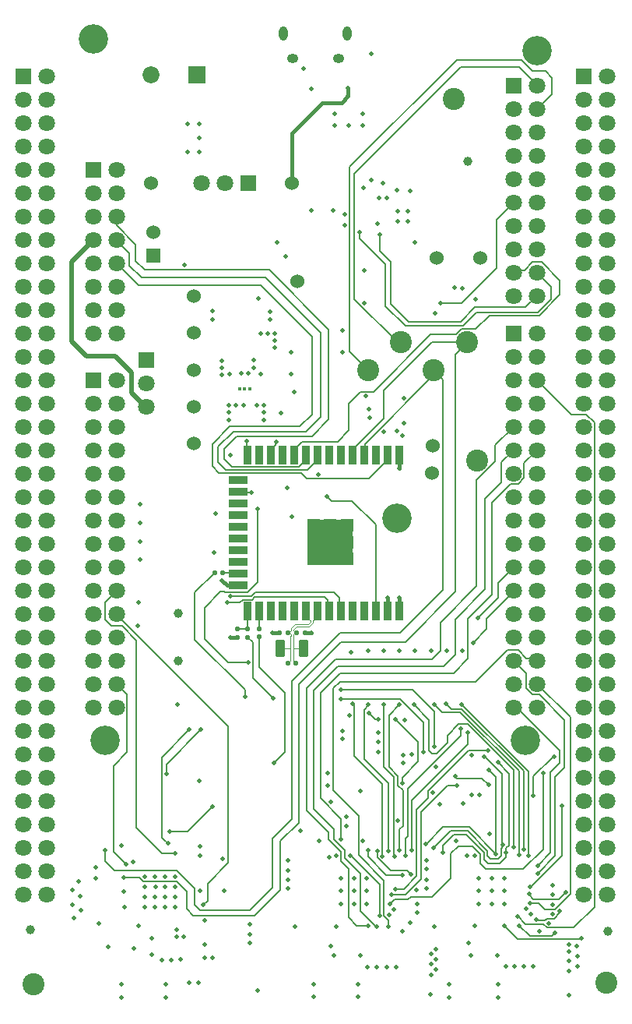
<source format=gbl>
G04*
G04 #@! TF.GenerationSoftware,Altium Limited,Altium Designer,20.1.11 (218)*
G04*
G04 Layer_Physical_Order=4*
G04 Layer_Color=16711680*
%FSLAX24Y24*%
%MOIN*%
G70*
G04*
G04 #@! TF.SameCoordinates,770896B2-6F71-4FE4-8A08-8FF8A83ACC75*
G04*
G04*
G04 #@! TF.FilePolarity,Positive*
G04*
G01*
G75*
%ADD14C,0.0197*%
%ADD18C,0.0080*%
G04:AMPARAMS|DCode=34|XSize=20mil|YSize=20mil|CornerRadius=6mil|HoleSize=0mil|Usage=FLASHONLY|Rotation=90.000|XOffset=0mil|YOffset=0mil|HoleType=Round|Shape=RoundedRectangle|*
%AMROUNDEDRECTD34*
21,1,0.0200,0.0080,0,0,90.0*
21,1,0.0080,0.0200,0,0,90.0*
1,1,0.0120,0.0040,0.0040*
1,1,0.0120,0.0040,-0.0040*
1,1,0.0120,-0.0040,-0.0040*
1,1,0.0120,-0.0040,0.0040*
%
%ADD34ROUNDEDRECTD34*%
G04:AMPARAMS|DCode=39|XSize=20mil|YSize=20mil|CornerRadius=6mil|HoleSize=0mil|Usage=FLASHONLY|Rotation=180.000|XOffset=0mil|YOffset=0mil|HoleType=Round|Shape=RoundedRectangle|*
%AMROUNDEDRECTD39*
21,1,0.0200,0.0080,0,0,180.0*
21,1,0.0080,0.0200,0,0,180.0*
1,1,0.0120,-0.0040,0.0040*
1,1,0.0120,0.0040,0.0040*
1,1,0.0120,0.0040,-0.0040*
1,1,0.0120,-0.0040,-0.0040*
%
%ADD39ROUNDEDRECTD39*%
%ADD166C,0.0394*%
%ADD202C,0.0160*%
%ADD203C,0.0040*%
%ADD204C,0.0157*%
G04:AMPARAMS|DCode=209|XSize=49.2mil|YSize=37.4mil|CornerRadius=18.7mil|HoleSize=0mil|Usage=FLASHONLY|Rotation=180.000|XOffset=0mil|YOffset=0mil|HoleType=Round|Shape=RoundedRectangle|*
%AMROUNDEDRECTD209*
21,1,0.0492,0.0000,0,0,180.0*
21,1,0.0118,0.0374,0,0,180.0*
1,1,0.0374,-0.0059,0.0000*
1,1,0.0374,0.0059,0.0000*
1,1,0.0374,0.0059,0.0000*
1,1,0.0374,-0.0059,0.0000*
%
%ADD209ROUNDEDRECTD209*%
G04:AMPARAMS|DCode=210|XSize=37.4mil|YSize=61mil|CornerRadius=18.7mil|HoleSize=0mil|Usage=FLASHONLY|Rotation=180.000|XOffset=0mil|YOffset=0mil|HoleType=Round|Shape=RoundedRectangle|*
%AMROUNDEDRECTD210*
21,1,0.0374,0.0236,0,0,180.0*
21,1,0.0000,0.0610,0,0,180.0*
1,1,0.0374,0.0000,0.0118*
1,1,0.0374,0.0000,0.0118*
1,1,0.0374,0.0000,-0.0118*
1,1,0.0374,0.0000,-0.0118*
%
%ADD210ROUNDEDRECTD210*%
%ADD211C,0.0157*%
%ADD212R,0.0600X0.0600*%
%ADD213C,0.0600*%
%ADD214C,0.0709*%
%ADD215R,0.0709X0.0709*%
%ADD216C,0.1260*%
%ADD217C,0.0945*%
%ADD218R,0.0709X0.0709*%
%ADD219C,0.0728*%
%ADD220R,0.0728X0.0728*%
%ADD221C,0.0197*%
%ADD222C,0.0200*%
G04:AMPARAMS|DCode=223|XSize=78.7mil|YSize=35.4mil|CornerRadius=3.5mil|HoleSize=0mil|Usage=FLASHONLY|Rotation=270.000|XOffset=0mil|YOffset=0mil|HoleType=Round|Shape=RoundedRectangle|*
%AMROUNDEDRECTD223*
21,1,0.0787,0.0283,0,0,270.0*
21,1,0.0717,0.0354,0,0,270.0*
1,1,0.0071,-0.0142,-0.0358*
1,1,0.0071,-0.0142,0.0358*
1,1,0.0071,0.0142,0.0358*
1,1,0.0071,0.0142,-0.0358*
%
%ADD223ROUNDEDRECTD223*%
G04:AMPARAMS|DCode=224|XSize=78.7mil|YSize=35.4mil|CornerRadius=3.5mil|HoleSize=0mil|Usage=FLASHONLY|Rotation=0.000|XOffset=0mil|YOffset=0mil|HoleType=Round|Shape=RoundedRectangle|*
%AMROUNDEDRECTD224*
21,1,0.0787,0.0283,0,0,0.0*
21,1,0.0717,0.0354,0,0,0.0*
1,1,0.0071,0.0358,-0.0142*
1,1,0.0071,-0.0358,-0.0142*
1,1,0.0071,-0.0358,0.0142*
1,1,0.0071,0.0358,0.0142*
%
%ADD224ROUNDEDRECTD224*%
G04:AMPARAMS|DCode=225|XSize=35.4mil|YSize=78.7mil|CornerRadius=3.5mil|HoleSize=0mil|Usage=FLASHONLY|Rotation=0.000|XOffset=0mil|YOffset=0mil|HoleType=Round|Shape=RoundedRectangle|*
%AMROUNDEDRECTD225*
21,1,0.0354,0.0717,0,0,0.0*
21,1,0.0283,0.0787,0,0,0.0*
1,1,0.0071,0.0142,-0.0358*
1,1,0.0071,-0.0142,-0.0358*
1,1,0.0071,-0.0142,0.0358*
1,1,0.0071,0.0142,0.0358*
%
%ADD225ROUNDEDRECTD225*%
G04:AMPARAMS|DCode=226|XSize=52.4mil|YSize=52.4mil|CornerRadius=0mil|HoleSize=0mil|Usage=FLASHONLY|Rotation=270.000|XOffset=0mil|YOffset=0mil|HoleType=Round|Shape=RoundedRectangle|*
%AMROUNDEDRECTD226*
21,1,0.0524,0.0524,0,0,270.0*
21,1,0.0524,0.0524,0,0,270.0*
1,1,0.0000,-0.0262,-0.0262*
1,1,0.0000,-0.0262,0.0262*
1,1,0.0000,0.0262,0.0262*
1,1,0.0000,0.0262,-0.0262*
%
%ADD226ROUNDEDRECTD226*%
G04:AMPARAMS|DCode=227|XSize=70.9mil|YSize=39.4mil|CornerRadius=3.9mil|HoleSize=0mil|Usage=FLASHONLY|Rotation=270.000|XOffset=0mil|YOffset=0mil|HoleType=Round|Shape=RoundedRectangle|*
%AMROUNDEDRECTD227*
21,1,0.0709,0.0315,0,0,270.0*
21,1,0.0630,0.0394,0,0,270.0*
1,1,0.0079,-0.0157,-0.0315*
1,1,0.0079,-0.0157,0.0315*
1,1,0.0079,0.0157,0.0315*
1,1,0.0079,0.0157,-0.0315*
%
%ADD227ROUNDEDRECTD227*%
%ADD228R,0.1969X0.1969*%
D14*
X5922Y26514D02*
X6560Y25875D01*
X5922Y26514D02*
Y27390D01*
X4008Y28080D02*
X5232D01*
X5922Y27390D01*
X3360Y28728D02*
X4008Y28080D01*
X3360Y32117D02*
X4296Y33053D01*
X3360Y28728D02*
Y32117D01*
D18*
X24368Y6726D02*
Y8842D01*
X23026Y5384D02*
X24368Y6726D01*
X23012Y5384D02*
X23026D01*
X23324Y5949D02*
X24079Y6703D01*
X23012Y4695D02*
X23352D01*
X23618Y4429D01*
X22463Y4115D02*
X22480D01*
X23252Y3978D02*
X23284D01*
X22480Y4115D02*
X22805Y3790D01*
X23559D01*
X22541Y3726D02*
X22994Y3274D01*
X23559Y3790D02*
X23714Y3635D01*
X23284Y3978D02*
X23308Y3954D01*
X23636D01*
X23714Y4032D01*
X22963Y5039D02*
Y5080D01*
X23142Y4860D02*
X24221D01*
X22963Y5039D02*
X23142Y4860D01*
X24221D02*
X24520Y5158D01*
X21885Y3726D02*
X22468Y3144D01*
X15079Y6604D02*
Y6939D01*
X14604Y7413D02*
Y7847D01*
Y7413D02*
X15079Y6939D01*
X14363Y7428D02*
X14902Y6890D01*
Y6469D02*
Y6890D01*
X14363Y7428D02*
Y7720D01*
X15729Y4343D02*
Y5954D01*
X15079Y6604D02*
X15729Y5954D01*
X14902Y6469D02*
X15224Y6146D01*
X13425Y8659D02*
X14363Y7720D01*
X15224Y4072D02*
Y6146D01*
Y4072D02*
X15575Y3721D01*
X16054D01*
X16556Y4144D02*
Y5501D01*
X15305Y6734D02*
X15323D01*
X16556Y5501D01*
X14904Y7409D02*
X14906Y7407D01*
X14904Y7409D02*
Y8280D01*
X13720Y8731D02*
X14604Y7847D01*
X14016Y9168D02*
X14904Y8280D01*
X20861Y6376D02*
X21091Y6146D01*
X22711D01*
X18555Y7226D02*
X19267Y7938D01*
X19264Y6848D02*
Y7156D01*
X19722Y7614D02*
X20250D01*
X19264Y7156D02*
X19722Y7614D01*
X21808Y7159D02*
Y10202D01*
X18848Y7037D02*
X19585Y7774D01*
X21954Y6848D02*
X21974Y6867D01*
X19267Y7938D02*
X20384D01*
X19585Y7774D02*
X20316D01*
X21178Y6913D01*
Y6705D02*
Y6913D01*
X21016Y6560D02*
Y6848D01*
X20250Y7614D02*
X21016Y6848D01*
X20384Y7938D02*
X21545Y6778D01*
X21178Y6705D02*
X21308Y6575D01*
X21016Y6560D02*
X21188Y6388D01*
X20861Y6376D02*
Y6787D01*
X20515Y7132D02*
X20861Y6787D01*
X19926Y7132D02*
X20515D01*
X21954Y6848D02*
Y6858D01*
Y6642D02*
Y6848D01*
X21188Y6388D02*
X21701D01*
X21954Y6858D02*
X21956Y6860D01*
X21701Y6388D02*
X21954Y6642D01*
X21622Y6575D02*
X21758Y6710D01*
X21308Y6575D02*
X21622D01*
X19610Y6816D02*
X19926Y7132D01*
X19610Y5766D02*
Y6816D01*
X16993Y4661D02*
X17184Y4852D01*
X17779D02*
X17882Y4955D01*
X17184Y4852D02*
X17779D01*
X18799Y4955D02*
X19610Y5766D01*
X17882Y4955D02*
X18799D01*
X17058Y5039D02*
X17660D01*
X18334Y5714D01*
X17243Y5289D02*
X17591D01*
X18143Y5841D02*
Y8701D01*
X17591Y5289D02*
X18143Y5841D01*
X16829Y5897D02*
X17536D01*
X16048Y6678D02*
Y6947D01*
Y6678D02*
X16829Y5897D01*
X16744Y4136D02*
Y5654D01*
X15648Y6750D02*
Y8414D01*
Y6750D02*
X16744Y5654D01*
X10420Y24656D02*
X13654D01*
X14373Y25374D01*
Y29224D01*
X13136Y25079D02*
X13656Y25598D01*
X9381Y24332D02*
X10128Y25079D01*
X13136D01*
X10285Y24852D02*
X13389D01*
X9635Y24202D02*
X10285Y24852D01*
X13389D02*
X14028Y25492D01*
X9897Y24133D02*
X10420Y24656D01*
X10856Y23929D02*
Y24439D01*
X10842Y23915D02*
X10856Y23929D01*
X14028Y25492D02*
Y29081D01*
X13656Y25598D02*
Y28927D01*
X12893Y24081D02*
X13245Y24434D01*
X14753D02*
X15239Y24920D01*
X13245Y24434D02*
X14753D01*
X15239Y24920D02*
Y26056D01*
X15746Y26563D02*
X16283D01*
X15239Y26056D02*
X15746Y26563D01*
X11478Y31106D02*
X13656Y28927D01*
X6350Y31438D02*
X11671D01*
X5835Y31953D02*
X6350Y31438D01*
X5296Y32053D02*
X6244Y31106D01*
X11478D01*
X6111Y32154D02*
X6493Y31772D01*
X11826D01*
X14373Y29224D01*
X11671Y31438D02*
X14028Y29081D01*
X9635Y23540D02*
Y24202D01*
X9897Y23694D02*
Y24133D01*
X9381Y23374D02*
Y24332D01*
Y23374D02*
X9669Y23086D01*
X9635Y23540D02*
X9955Y23220D01*
X10242Y23350D02*
X13094D01*
X9897Y23694D02*
X10242Y23350D01*
X9955Y23220D02*
X13464D01*
X10842Y23915D02*
X10893Y23865D01*
X16086Y22841D02*
X16893Y23648D01*
X14323Y17242D02*
Y17639D01*
X12105Y24400D02*
X12127Y24423D01*
X15376Y21889D02*
X16393Y20873D01*
X14293Y22088D02*
X14492Y21889D01*
X10531Y22244D02*
X11047D01*
X11052Y17806D02*
X11216Y17970D01*
X10168Y17806D02*
X11052D01*
X13094Y23350D02*
X13393Y23648D01*
X11893Y24081D02*
X12105Y24294D01*
X16393Y17172D02*
Y20873D01*
X14492Y21889D02*
X15376D01*
X13893Y23648D02*
Y23865D01*
X14185Y17777D02*
X14323Y17639D01*
X11207Y17777D02*
X14185D01*
X16893Y23648D02*
Y23865D01*
X10579Y17535D02*
X10699Y17656D01*
X14598Y17970D02*
X14831Y17737D01*
X11216Y17970D02*
X14598D01*
X11085Y17656D02*
X11207Y17777D01*
X10699Y17656D02*
X11085D01*
X13435Y22841D02*
X16086D01*
X10030Y17535D02*
X10579D01*
X13393Y23648D02*
Y23865D01*
X10527Y22240D02*
X10531Y22244D01*
X14831Y17233D02*
Y17737D01*
X13464Y23220D02*
X13893Y23648D01*
X11893Y23865D02*
Y24081D01*
X13190Y23086D02*
X13435Y22841D01*
X12105Y24294D02*
Y24400D01*
X9669Y23086D02*
X13190D01*
X10499Y22268D02*
X10527Y22240D01*
X18543Y7215D02*
X18555Y7226D01*
X17667Y6734D02*
X17669Y6733D01*
X17756Y7539D02*
Y9589D01*
X17667Y7451D02*
X17756Y7539D01*
X17667Y6734D02*
Y7451D01*
X18334Y8569D02*
X19467Y9702D01*
X18334Y5714D02*
Y8569D01*
X17346Y9725D02*
X17549Y9521D01*
X17411Y7849D02*
X17549Y7987D01*
Y9521D01*
X17756Y9589D02*
X20023Y11857D01*
X17936Y9098D02*
X20332Y11495D01*
X17923Y6959D02*
X17936Y6971D01*
Y9098D01*
X21885Y3726D02*
Y3731D01*
X22468Y3144D02*
X25142D01*
X15272Y28269D02*
Y36178D01*
X19852Y40758D02*
X22622D01*
X15272Y36178D02*
X19852Y40758D01*
X20037Y40455D02*
X22535Y40455D01*
X15471Y35889D02*
X20037Y40455D01*
X15471Y30524D02*
Y35889D01*
X23878Y6841D02*
Y10291D01*
X23327Y6289D02*
X23878Y6841D01*
X19466Y11562D02*
Y11858D01*
X19945Y12337D01*
X20342D01*
X22304Y10374D01*
Y7082D02*
Y10374D01*
X21614Y10710D02*
X22091Y10233D01*
X21974Y7043D02*
X22091Y7160D01*
Y10233D01*
X17057Y5039D02*
X17058D01*
X25142Y3144D02*
X25187Y3189D01*
X11211Y4160D02*
X12312Y5261D01*
X8577Y4160D02*
X11211D01*
X12312Y5261D02*
Y7351D01*
X12025Y10669D02*
X12500Y11144D01*
X12023Y10667D02*
X12025Y10669D01*
X12500Y11144D02*
Y13690D01*
X11412Y14777D02*
X12500Y13690D01*
X11127Y14326D02*
X11999Y13454D01*
X11978Y7461D02*
X12813Y8295D01*
X11978Y5366D02*
Y7461D01*
X10992Y4380D02*
X11978Y5366D01*
X12312Y7351D02*
X13080Y8120D01*
X7567Y7743D02*
X8335D01*
X9407Y8815D01*
X7241Y10932D02*
X8411Y12102D01*
X7241Y7490D02*
Y10932D01*
X5148Y6900D02*
X5682Y6365D01*
X5148Y10544D02*
X5741Y11137D01*
X5148Y6900D02*
Y10544D01*
X6144Y7931D02*
X7244Y6831D01*
X9183Y4793D02*
Y5522D01*
X8996Y4606D02*
X9183Y4793D01*
X8856Y4380D02*
X10992D01*
X8627Y4609D02*
Y5307D01*
Y4609D02*
X8856Y4380D01*
X12813Y8295D02*
Y12531D01*
X13080Y8120D02*
Y14035D01*
X12813Y14200D02*
X12813Y12531D01*
X12813Y14200D02*
X14871Y16258D01*
X17432D02*
X19252Y18079D01*
X14871Y16258D02*
X17432D01*
X14912Y15866D02*
X17660D01*
X19803Y18009D02*
Y28155D01*
X17660Y15866D02*
X19803Y18009D01*
X13080Y14035D02*
X14912Y15866D01*
X13425Y8659D02*
Y13878D01*
X14665Y15118D02*
X18789D01*
X13425Y13878D02*
X14665Y15118D01*
X13720Y8731D02*
Y13789D01*
X14754Y14823D02*
X19302D01*
X13720Y13789D02*
X14754Y14823D01*
X14016Y9168D02*
Y13690D01*
X14853Y14528D02*
X19715D01*
X14016Y13690D02*
X14853Y14528D01*
X18876Y27272D02*
Y27464D01*
X19162Y16701D02*
X20699Y18238D01*
Y22783D02*
X21502Y23586D01*
X20699Y18238D02*
Y22783D01*
X19162Y15491D02*
Y16701D01*
X19783Y15305D02*
Y16828D01*
X21063Y18107D02*
Y21976D01*
X19783Y16828D02*
X21063Y18107D01*
X21772Y22685D02*
Y23539D01*
X21063Y21976D02*
X21772Y22685D01*
Y23539D02*
X22296Y24063D01*
X20332Y15145D02*
Y16847D01*
X21358Y17872D01*
Y21814D01*
X22164Y22619D01*
X19252Y18079D02*
Y27087D01*
X20778Y16900D02*
X21614Y17736D01*
Y18369D02*
X22296Y19052D01*
X21614Y17736D02*
Y18369D01*
X18876Y27464D02*
Y27483D01*
Y27464D02*
X19252Y27087D01*
X18789Y15118D02*
X19162Y15491D01*
X19302Y14823D02*
X19783Y15305D01*
X19715Y14528D02*
X20332Y15145D01*
X20557Y15829D02*
X21142Y16413D01*
Y16854D02*
X22296Y18008D01*
X21142Y16413D02*
Y16854D01*
X22296Y18008D02*
Y18063D01*
X14882Y13425D02*
X17434D01*
X18445Y12414D01*
X14902Y13829D02*
X17960D01*
X18909Y12880D01*
X18672Y11230D02*
Y12531D01*
Y11230D02*
X18802Y11099D01*
X19003D01*
X19466Y11562D01*
X18909Y11381D02*
Y12880D01*
X17238Y12562D02*
X18208Y11591D01*
X17534Y10064D02*
X18208Y10738D01*
Y11591D01*
X18445Y11161D02*
Y12414D01*
X14852Y14163D02*
X20679D01*
X22023Y15508D02*
X22480D01*
X20679Y14163D02*
X22023Y15508D01*
X14559Y9503D02*
Y13870D01*
X14852Y14163D01*
X6144Y7931D02*
Y15926D01*
X5523Y16547D02*
X6144Y15926D01*
X9183Y5522D02*
X10069Y6409D01*
X5296Y17028D02*
X10069Y12255D01*
Y6409D02*
Y12255D01*
X14559Y9503D02*
X15648Y8414D01*
X15459Y10995D02*
Y13154D01*
X15398Y13215D02*
X15459Y13154D01*
X17014Y6085D02*
X17727D01*
X16460Y6640D02*
X17014Y6085D01*
X16460Y6640D02*
Y6922D01*
X15459Y10995D02*
X16673Y9781D01*
Y6693D02*
Y9781D01*
X15889Y10856D02*
X16934Y9811D01*
Y6922D02*
Y9811D01*
X17149Y6728D02*
Y10098D01*
Y6728D02*
X17186Y6691D01*
X16740Y10507D02*
X17149Y10098D01*
X17411Y6939D02*
Y7849D01*
X17346Y9725D02*
Y10116D01*
X16959Y10503D02*
X17346Y10116D01*
X17534Y9803D02*
Y10064D01*
X17727Y6085D02*
X17909Y5903D01*
X18143Y8701D02*
X18625Y9183D01*
X15889Y10856D02*
Y12961D01*
X16740Y10507D02*
Y13182D01*
X16959Y12731D02*
X17411Y13182D01*
X16959Y10503D02*
Y12731D01*
X22741Y23508D02*
X23296Y24063D01*
X22164Y22619D02*
X22480D01*
X22741Y22879D01*
Y23508D01*
X24718Y5076D02*
Y12642D01*
X23296Y14063D02*
X24718Y12642D01*
X22296Y19052D02*
Y19063D01*
X19803Y28155D02*
X20283Y28636D01*
X24262Y10675D02*
Y11230D01*
X23878Y10291D02*
X24262Y10675D01*
X22429Y13063D02*
X24262Y11230D01*
X23393Y13609D02*
X24470Y12532D01*
Y10478D02*
Y12532D01*
X24079Y10087D02*
X24470Y10478D01*
X24079Y6703D02*
Y10087D01*
X21545Y6778D02*
Y10086D01*
X21235Y10396D02*
X21545Y10086D01*
X21074Y10936D02*
X21808Y10202D01*
X21017Y10936D02*
X21074D01*
X23194Y15166D02*
X23296Y15063D01*
X22822Y15166D02*
X23194D01*
X22480Y15508D02*
X22822Y15166D01*
X16926Y3700D02*
Y3954D01*
X16744Y4136D02*
X16926Y3954D01*
X15729Y4343D02*
X16381Y3691D01*
X16418D01*
X9914Y18001D02*
X10909D01*
X9897Y18018D02*
X9914Y18001D01*
X9741Y18018D02*
X9897D01*
X9051Y17327D02*
X9741Y18018D01*
X9051Y15990D02*
Y17327D01*
X10072Y14969D02*
X10939D01*
X9051Y15990D02*
X10072Y14969D01*
X8641Y15963D02*
Y17968D01*
Y15963D02*
X10789Y13815D01*
X8641Y17968D02*
X9488Y18815D01*
X11332Y18424D02*
Y21567D01*
X10909Y18001D02*
X11332Y18424D01*
X5835Y31953D02*
Y32493D01*
X5296Y33032D02*
X5835Y32493D01*
X5296Y33032D02*
Y33053D01*
Y33682D02*
X6111Y32867D01*
X5296Y33682D02*
Y34053D01*
X6111Y32154D02*
Y32867D01*
X23480Y32108D02*
X24262Y31326D01*
X23112Y32108D02*
X23480D01*
X22399Y31766D02*
X22771D01*
X23112Y32108D01*
X24262Y30702D02*
Y31326D01*
X23386Y29826D02*
X24262Y30702D01*
X22296Y31663D02*
X22399Y31766D01*
X21256Y29826D02*
X23386D01*
X20672Y29241D02*
X21256Y29826D01*
X20050Y29241D02*
X20672D01*
X20119Y29371D02*
X20704Y29956D01*
X16798Y30222D02*
X17649Y29371D01*
X20119D01*
X18744Y29023D02*
X19832D01*
X20050Y29241D01*
X16283Y26563D02*
X18744Y29023D01*
X12893Y23865D02*
Y24081D01*
X16727Y26624D02*
X18782Y28679D01*
X16727Y25416D02*
Y26624D01*
X15393Y24081D02*
X16727Y25416D01*
X15893Y23865D02*
X15935Y23907D01*
Y24332D02*
X18876Y27272D01*
X15935Y23907D02*
Y24332D01*
X16088Y12814D02*
X16349Y12553D01*
X16485D01*
X19877Y10029D02*
X20945D01*
X19794Y10112D02*
X19877Y10029D01*
X20945D02*
X21225Y9749D01*
X7344Y7377D02*
X7480Y7241D01*
X7339Y7377D02*
X7344D01*
X7241Y7475D02*
X7339Y7377D01*
X7244Y6831D02*
X7793D01*
X7798Y6825D01*
X7480Y7241D02*
X7512D01*
X20283Y28636D02*
Y28679D01*
X18782D02*
X20283D01*
X15393Y23865D02*
Y24081D01*
X21502Y24269D02*
X22296Y25063D01*
X21502Y23586D02*
Y24269D01*
X15471Y30524D02*
X17316Y28679D01*
X15272Y28269D02*
X16059Y27483D01*
X17316Y28679D02*
X17468D01*
X17029Y30318D02*
X17788Y29558D01*
X17029Y30318D02*
Y32109D01*
X15690Y33121D02*
Y33373D01*
X9838Y18815D02*
X10453D01*
X10499Y18768D01*
X11412Y14777D02*
Y16071D01*
X10910Y16060D02*
X11127Y15842D01*
Y14326D02*
Y15842D01*
X10789Y13532D02*
Y13815D01*
X11412Y16421D02*
Y17153D01*
X11393Y17172D02*
X11412Y17153D01*
X10457Y16410D02*
X10910D01*
Y17155D01*
X10893Y17172D02*
X10910Y17155D01*
X16074Y13146D02*
Y13175D01*
X15889Y12961D02*
X16074Y13146D01*
X22296Y24063D02*
X22296D01*
X7847Y6088D02*
X8627Y5307D01*
X5194Y6088D02*
X7847D01*
X4792Y6490D02*
Y6946D01*
Y6490D02*
X5194Y6088D01*
X8293Y4444D02*
X8577Y4160D01*
X8293Y4444D02*
Y5183D01*
X7857Y5619D02*
X8293Y5183D01*
X6418Y5619D02*
X7857D01*
X6259Y5778D02*
X6418Y5619D01*
X5591Y5778D02*
X6259D01*
X5741Y11137D02*
Y13609D01*
X5296Y17028D02*
Y17053D01*
X4781Y16832D02*
X5066Y16547D01*
X5523D01*
X4781Y16832D02*
Y17538D01*
X5296Y18053D01*
X7430Y10628D02*
X8904Y12103D01*
X7430Y10229D02*
Y10628D01*
X5296Y14053D02*
X5741Y13609D01*
X24262Y4272D02*
Y4337D01*
X24022Y4032D02*
X24262Y4272D01*
X23714Y4032D02*
X24022D01*
X24071Y4429D02*
X24718Y5076D01*
X23618Y4429D02*
X24071D01*
X23929Y3274D02*
X24069Y3415D01*
X22994Y3274D02*
X23929D01*
X22924Y6723D02*
Y10320D01*
X20059Y13185D02*
X22924Y10320D01*
X20059Y13185D02*
X20059D01*
X19627Y12996D02*
X20064D01*
X19402Y13221D02*
X19627Y12996D01*
X22718Y6969D02*
Y10343D01*
X20064Y12996D02*
X22718Y10343D01*
X19241Y12866D02*
X20010D01*
X18911Y13196D02*
X19241Y12866D01*
X22518Y6746D02*
Y10358D01*
X20010Y12866D02*
X22518Y10358D01*
X20348Y11210D02*
X21202D01*
X18625Y9487D02*
X20348Y11210D01*
X23143Y9287D02*
Y10112D01*
X23984Y10954D01*
X23547Y6982D02*
Y10236D01*
X22711Y6146D02*
X23547Y6982D01*
X25751Y4532D02*
Y25241D01*
X23714Y3635D02*
X24853D01*
X25751Y4532D01*
X25393Y25599D02*
X25751Y25241D01*
X24761Y25599D02*
X25393D01*
X23296Y27063D02*
X24761Y25599D01*
X21786Y7136D02*
X21826Y7176D01*
X21758Y6710D02*
Y7020D01*
X21974Y6867D02*
Y7043D01*
X24069Y3415D02*
X24077D01*
X22296Y13063D02*
X22429D01*
X22842Y13875D02*
Y14518D01*
X22296Y15063D02*
X22842Y14518D01*
X23108Y13609D02*
X23393D01*
X22842Y13875D02*
X23108Y13609D01*
X19467Y9702D02*
X19849D01*
X23984Y10954D02*
X24024D01*
X18015Y13188D02*
X18672Y12531D01*
X21786Y7048D02*
Y7136D01*
X21758Y7020D02*
X21786Y7048D01*
X20332Y11495D02*
Y11975D01*
X20023Y11857D02*
Y12148D01*
X18625Y9183D02*
Y9487D01*
X22296Y23063D02*
Y23063D01*
X21567Y33934D02*
X22296Y34663D01*
X21567Y31838D02*
Y33934D01*
X20065Y30337D02*
X21567Y31838D01*
X19156Y30337D02*
X20065D01*
X23332Y29956D02*
X23909Y30533D01*
X20704Y29956D02*
X23332D01*
X20020Y29558D02*
X20638Y30176D01*
X17788Y29558D02*
X20020D01*
X20638Y30176D02*
X22809D01*
X16798Y30222D02*
Y32014D01*
X23649Y40277D02*
X23930Y39996D01*
X23296Y38663D02*
X23930Y39297D01*
Y39996D01*
X23103Y40277D02*
X23649D01*
X23296Y39663D02*
Y39694D01*
X22535Y40455D02*
X23296Y39694D01*
X22622Y40758D02*
X23103Y40277D01*
X23909Y30533D02*
Y31051D01*
X22809Y30176D02*
X23296Y30663D01*
Y31663D02*
X23909Y31051D01*
X16549Y32588D02*
Y33284D01*
Y32588D02*
X17029Y32109D01*
X15690Y33121D02*
X16798Y32014D01*
D34*
X12978Y14936D02*
D03*
X12628D02*
D03*
X13349Y16258D02*
D03*
X12999D02*
D03*
X12267D02*
D03*
X12617D02*
D03*
X9488Y18815D02*
D03*
X9838D02*
D03*
D39*
X11412Y16421D02*
D03*
Y16071D02*
D03*
X10910Y16410D02*
D03*
Y16060D02*
D03*
X10457Y16410D02*
D03*
Y16060D02*
D03*
D166*
X26331Y3475D02*
D03*
X20337Y36405D02*
D03*
X1601Y3551D02*
D03*
X7944Y15063D02*
D03*
Y17074D02*
D03*
D202*
X16897Y17759D02*
X16901Y17763D01*
X17393Y23865D02*
X17393Y23864D01*
Y23299D02*
Y23864D01*
X10016Y18268D02*
X10499D01*
X17398Y17743D02*
X17402Y17747D01*
X17398Y17177D02*
Y17743D01*
X17392Y23297D02*
X17393Y23299D01*
X16897Y17176D02*
Y17759D01*
X17393Y17172D02*
X17398Y17177D01*
X9802Y18482D02*
X10016Y18268D01*
X16893Y17172D02*
X16897Y17176D01*
X11978Y16258D02*
X12267D01*
X10169Y16060D02*
X10457D01*
X13349Y16258D02*
X13638D01*
D203*
X12643Y14935D02*
Y14936D01*
X12864Y15051D02*
X12980Y14935D01*
X12718Y16203D02*
X12748Y16173D01*
Y16119D02*
Y16173D01*
X12744Y16115D02*
X12748Y16119D01*
X12720Y15598D02*
X12744Y15574D01*
Y15037D02*
Y15574D01*
Y15621D02*
Y16115D01*
X12720Y15598D02*
X12744Y15621D01*
X12672Y16203D02*
X12718D01*
X12312Y15598D02*
X12720D01*
X12617Y16258D02*
X12672Y16203D01*
X12643Y14936D02*
X12744Y15037D01*
X12944Y16203D02*
X12999Y16258D01*
X12898Y16203D02*
X12944D01*
X12887Y15598D02*
X13296D01*
X12868Y16173D02*
X12898Y16203D01*
X12868Y16069D02*
Y16173D01*
X12864Y16065D02*
X12868Y16069D01*
X12864Y15621D02*
Y16065D01*
Y15621D02*
X12887Y15598D01*
X12864Y15574D02*
X12887Y15598D01*
X12864Y15051D02*
Y15574D01*
X13559Y16798D02*
X13583Y16775D01*
X13482Y16626D02*
X13583Y16727D01*
X12933Y16626D02*
X13482D01*
X12617Y16258D02*
X12672Y16314D01*
X13726Y16798D02*
X13727D01*
X12868Y16344D02*
Y16391D01*
X13583Y16727D02*
Y16775D01*
X13727Y16798D02*
X13893Y16964D01*
X13532Y16506D02*
X13703Y16677D01*
X12898Y16314D02*
X12944D01*
X12999Y16258D01*
X13393Y16964D02*
Y17172D01*
Y16964D02*
X13558Y16798D01*
X13559D01*
X13893Y16964D02*
Y17172D01*
X13703Y16775D02*
X13726Y16798D01*
X13703Y16677D02*
Y16775D01*
X12983Y16506D02*
X13532D01*
X12868Y16391D02*
X12983Y16506D01*
X12868Y16344D02*
X12898Y16314D01*
X12748Y16441D02*
X12933Y16626D01*
X12748Y16344D02*
Y16441D01*
X12718Y16314D02*
X12748Y16344D01*
X12672Y16314D02*
X12718D01*
D204*
X12781Y35483D02*
Y37607D01*
X14096Y38922D02*
X14926D01*
X12781Y37607D02*
X14096Y38922D01*
X14926D02*
X15211Y39208D01*
Y39542D01*
D209*
X12814Y40823D02*
D03*
X14783D02*
D03*
D210*
X12421Y41886D02*
D03*
X15177D02*
D03*
D211*
X10554Y26693D02*
D03*
X10770D02*
D03*
X10987D02*
D03*
X14801Y20125D02*
D03*
Y19402D02*
D03*
Y20847D02*
D03*
X14079D02*
D03*
Y19402D02*
D03*
X15162Y20486D02*
D03*
X13718D02*
D03*
X14440D02*
D03*
X15162Y19763D02*
D03*
X13718D02*
D03*
X14440D02*
D03*
X14079Y20125D02*
D03*
D212*
X6860Y32400D02*
D03*
D213*
Y33400D02*
D03*
X18809Y23071D02*
D03*
X18823Y24258D02*
D03*
X8593Y25914D02*
D03*
Y29071D02*
D03*
Y27493D02*
D03*
Y24336D02*
D03*
Y30650D02*
D03*
X20853Y32292D02*
D03*
X19003D02*
D03*
X6755Y35483D02*
D03*
X12781D02*
D03*
X13029Y31272D02*
D03*
D214*
X26296Y40053D02*
D03*
X25296Y39053D02*
D03*
X26296D02*
D03*
Y37053D02*
D03*
Y38053D02*
D03*
Y36053D02*
D03*
X25296Y37053D02*
D03*
Y38053D02*
D03*
Y36053D02*
D03*
X26296Y34053D02*
D03*
Y35053D02*
D03*
Y32053D02*
D03*
Y33053D02*
D03*
X25296Y31053D02*
D03*
Y32053D02*
D03*
X26296Y31053D02*
D03*
Y29053D02*
D03*
Y30053D02*
D03*
Y28053D02*
D03*
Y27053D02*
D03*
X25296Y30053D02*
D03*
X26296Y26053D02*
D03*
X25296Y34053D02*
D03*
Y35053D02*
D03*
Y33053D02*
D03*
Y28053D02*
D03*
Y29053D02*
D03*
Y26053D02*
D03*
Y27053D02*
D03*
X23296Y39663D02*
D03*
Y37663D02*
D03*
Y38663D02*
D03*
X22296D02*
D03*
X23296Y36663D02*
D03*
Y35663D02*
D03*
X22296Y37663D02*
D03*
Y36663D02*
D03*
X23296Y33663D02*
D03*
Y34663D02*
D03*
Y31663D02*
D03*
Y32663D02*
D03*
X22296Y33663D02*
D03*
X23296Y26063D02*
D03*
Y27063D02*
D03*
Y25063D02*
D03*
Y29063D02*
D03*
Y30663D02*
D03*
Y28063D02*
D03*
X22296Y34663D02*
D03*
Y35663D02*
D03*
Y31663D02*
D03*
Y32663D02*
D03*
Y30663D02*
D03*
Y26063D02*
D03*
Y27063D02*
D03*
Y25063D02*
D03*
Y28063D02*
D03*
X26296Y21053D02*
D03*
Y22053D02*
D03*
Y18053D02*
D03*
Y19053D02*
D03*
Y24053D02*
D03*
Y25053D02*
D03*
Y23053D02*
D03*
X25296D02*
D03*
Y24053D02*
D03*
X26296Y20053D02*
D03*
X25296Y22053D02*
D03*
Y20053D02*
D03*
Y21053D02*
D03*
Y19053D02*
D03*
X26296Y16053D02*
D03*
Y17053D02*
D03*
Y15053D02*
D03*
X25296Y17053D02*
D03*
Y18053D02*
D03*
Y16053D02*
D03*
X26296Y13053D02*
D03*
Y14053D02*
D03*
Y11053D02*
D03*
Y12053D02*
D03*
X25296Y14053D02*
D03*
Y15053D02*
D03*
Y12053D02*
D03*
X26296Y6053D02*
D03*
Y7053D02*
D03*
Y5053D02*
D03*
Y9053D02*
D03*
Y10053D02*
D03*
Y8053D02*
D03*
X25296Y7053D02*
D03*
Y8053D02*
D03*
Y5053D02*
D03*
Y6053D02*
D03*
Y10053D02*
D03*
Y13053D02*
D03*
Y9053D02*
D03*
Y25053D02*
D03*
X23296Y24063D02*
D03*
Y22063D02*
D03*
Y23063D02*
D03*
Y20063D02*
D03*
Y21063D02*
D03*
Y19063D02*
D03*
X22296Y23063D02*
D03*
Y24063D02*
D03*
Y22063D02*
D03*
Y21063D02*
D03*
Y19063D02*
D03*
Y20063D02*
D03*
Y18063D02*
D03*
X23296Y17063D02*
D03*
Y18063D02*
D03*
Y15063D02*
D03*
Y16063D02*
D03*
X22296D02*
D03*
Y17063D02*
D03*
Y15063D02*
D03*
X23296Y13063D02*
D03*
Y14063D02*
D03*
X25296Y11053D02*
D03*
X22296Y13063D02*
D03*
Y14063D02*
D03*
X5296Y36053D02*
D03*
Y34053D02*
D03*
Y35053D02*
D03*
X4296Y33053D02*
D03*
Y34053D02*
D03*
X5296Y33053D02*
D03*
Y32053D02*
D03*
X4296Y35053D02*
D03*
Y32053D02*
D03*
X5296Y30053D02*
D03*
Y31053D02*
D03*
Y29053D02*
D03*
Y26053D02*
D03*
Y27053D02*
D03*
Y25053D02*
D03*
Y24053D02*
D03*
Y23053D02*
D03*
X4296D02*
D03*
X5296Y22053D02*
D03*
X4296Y30053D02*
D03*
Y31053D02*
D03*
Y29053D02*
D03*
Y25053D02*
D03*
Y26053D02*
D03*
Y24053D02*
D03*
X2296Y39053D02*
D03*
Y40053D02*
D03*
Y37053D02*
D03*
X1296Y39053D02*
D03*
X2296Y38053D02*
D03*
Y36053D02*
D03*
Y35053D02*
D03*
X1296D02*
D03*
Y36053D02*
D03*
Y34053D02*
D03*
Y38053D02*
D03*
Y37053D02*
D03*
X2296Y30053D02*
D03*
Y31053D02*
D03*
Y28053D02*
D03*
Y29053D02*
D03*
Y33053D02*
D03*
Y34053D02*
D03*
Y32053D02*
D03*
Y27053D02*
D03*
Y24053D02*
D03*
Y25053D02*
D03*
Y23053D02*
D03*
X1296Y29053D02*
D03*
Y30053D02*
D03*
Y27053D02*
D03*
Y28053D02*
D03*
Y32053D02*
D03*
Y33053D02*
D03*
Y31053D02*
D03*
X2296Y26053D02*
D03*
X1296D02*
D03*
X2296Y22053D02*
D03*
X1296Y24053D02*
D03*
Y25053D02*
D03*
Y23053D02*
D03*
X5296Y20053D02*
D03*
Y21053D02*
D03*
Y18053D02*
D03*
Y19053D02*
D03*
Y15053D02*
D03*
Y14053D02*
D03*
Y13053D02*
D03*
X4296Y21053D02*
D03*
Y22053D02*
D03*
Y18053D02*
D03*
Y20053D02*
D03*
Y17053D02*
D03*
X5296D02*
D03*
Y16053D02*
D03*
X4296Y15053D02*
D03*
Y16053D02*
D03*
Y14053D02*
D03*
Y13053D02*
D03*
X2296Y20053D02*
D03*
Y21053D02*
D03*
X4296Y19053D02*
D03*
X2296D02*
D03*
Y17053D02*
D03*
Y18053D02*
D03*
Y16053D02*
D03*
X1296Y18053D02*
D03*
Y19053D02*
D03*
Y16053D02*
D03*
Y17053D02*
D03*
Y21053D02*
D03*
Y22053D02*
D03*
Y20053D02*
D03*
X2296Y14053D02*
D03*
Y15053D02*
D03*
Y12053D02*
D03*
Y13053D02*
D03*
Y11053D02*
D03*
X1296Y12053D02*
D03*
X2296Y10053D02*
D03*
Y8053D02*
D03*
Y9053D02*
D03*
Y7053D02*
D03*
Y5053D02*
D03*
Y6053D02*
D03*
X1296Y5053D02*
D03*
Y10053D02*
D03*
Y11053D02*
D03*
Y9053D02*
D03*
Y14053D02*
D03*
Y15053D02*
D03*
Y13053D02*
D03*
Y7053D02*
D03*
Y8053D02*
D03*
Y6053D02*
D03*
X6560Y26916D02*
D03*
Y25916D02*
D03*
X8921Y35483D02*
D03*
X9921D02*
D03*
D215*
X25296Y40053D02*
D03*
X22296Y39663D02*
D03*
Y29063D02*
D03*
X4296Y36053D02*
D03*
Y27053D02*
D03*
X1296Y40053D02*
D03*
X10921Y35483D02*
D03*
D216*
X23296Y41163D02*
D03*
X17296Y21163D02*
D03*
X22796Y11663D02*
D03*
X4296Y41663D02*
D03*
X4796Y11663D02*
D03*
D217*
X19727Y39081D02*
D03*
X16059Y27483D02*
D03*
X20743Y23622D02*
D03*
X17468Y28679D02*
D03*
X20283D02*
D03*
X18876Y27483D02*
D03*
X1732Y1228D02*
D03*
X26256Y1273D02*
D03*
D218*
X6560Y27916D02*
D03*
D219*
X6770Y40106D02*
D03*
D220*
X8738D02*
D03*
D221*
X22835Y4449D02*
D03*
X23012Y5384D02*
D03*
X23324Y5949D02*
D03*
X23012Y4695D02*
D03*
X22463Y4115D02*
D03*
X23045Y4204D02*
D03*
X23252Y3978D02*
D03*
X22541Y3726D02*
D03*
X22963Y5080D02*
D03*
X14695Y6722D02*
D03*
X14390Y6663D02*
D03*
X14906Y7407D02*
D03*
X10856Y24439D02*
D03*
X12333Y25650D02*
D03*
X8191Y31978D02*
D03*
X10167Y23858D02*
D03*
X11047Y22244D02*
D03*
X9802Y18482D02*
D03*
X14293Y22088D02*
D03*
X12127Y24423D02*
D03*
X10030Y17535D02*
D03*
X17392Y23297D02*
D03*
X16901Y17763D02*
D03*
X10168Y17806D02*
D03*
X17402Y17747D02*
D03*
X18543Y7215D02*
D03*
X18848Y7037D02*
D03*
X18547Y5323D02*
D03*
Y6141D02*
D03*
Y5699D02*
D03*
Y6504D02*
D03*
X13954Y7343D02*
D03*
X15119Y8395D02*
D03*
X15115Y7988D02*
D03*
X5602Y5184D02*
D03*
X21885Y3731D02*
D03*
X14618Y38451D02*
D03*
X9537Y21350D02*
D03*
X5999Y6437D02*
D03*
X23327Y6289D02*
D03*
X22304Y7082D02*
D03*
X17057Y5039D02*
D03*
X17175Y4409D02*
D03*
X13625Y39502D02*
D03*
X15211Y39542D02*
D03*
Y39208D02*
D03*
X7864Y3543D02*
D03*
X7392Y660D02*
D03*
X5502D02*
D03*
X11317Y947D02*
D03*
X6031Y2747D02*
D03*
X6795Y3190D02*
D03*
X6780Y2481D02*
D03*
X8169Y3238D02*
D03*
X7864D02*
D03*
X7795Y5807D02*
D03*
Y5374D02*
D03*
Y4941D02*
D03*
Y4508D02*
D03*
X7362Y5807D02*
D03*
Y4508D02*
D03*
X6929Y5807D02*
D03*
X6496D02*
D03*
Y5374D02*
D03*
Y4941D02*
D03*
Y4508D02*
D03*
X6929D02*
D03*
X7362Y4941D02*
D03*
Y5374D02*
D03*
X6929Y4941D02*
D03*
X6949Y5374D02*
D03*
X5591Y5778D02*
D03*
X5682Y6365D02*
D03*
X7512Y7241D02*
D03*
X5622Y4532D02*
D03*
X7798Y6825D02*
D03*
X8996Y4606D02*
D03*
X7567Y7743D02*
D03*
X25187Y3189D02*
D03*
X9380Y2362D02*
D03*
X10990Y3771D02*
D03*
Y3367D02*
D03*
Y2970D02*
D03*
X12001Y13456D02*
D03*
X9407Y8815D02*
D03*
X8411Y12102D02*
D03*
X5496Y7139D02*
D03*
X8819Y9902D02*
D03*
X8858Y5205D02*
D03*
X15330Y15431D02*
D03*
X20778Y16900D02*
D03*
X14882Y13425D02*
D03*
X14902Y13829D02*
D03*
X18909Y11381D02*
D03*
X18445Y11161D02*
D03*
X11978Y16258D02*
D03*
X8793Y1272D02*
D03*
X8411D02*
D03*
X7392Y1220D02*
D03*
X5502Y1204D02*
D03*
X9075Y2362D02*
D03*
X8023Y2280D02*
D03*
X7618Y2265D02*
D03*
X7214D02*
D03*
X4922Y2817D02*
D03*
X4530Y3822D02*
D03*
X6311Y21737D02*
D03*
X9452Y19697D02*
D03*
X6311Y19375D02*
D03*
Y20163D02*
D03*
Y20950D02*
D03*
X9825Y6593D02*
D03*
X20625Y3715D02*
D03*
X15732Y2465D02*
D03*
X14587Y2466D02*
D03*
X20459Y2458D02*
D03*
X21603Y2456D02*
D03*
X18898Y3671D02*
D03*
X14458Y9028D02*
D03*
X15398Y13215D02*
D03*
X15846Y7362D02*
D03*
X13638Y16258D02*
D03*
X10169Y16060D02*
D03*
X10728Y25991D02*
D03*
X10408D02*
D03*
X10089D02*
D03*
X12903Y26546D02*
D03*
X11447Y29045D02*
D03*
X11752D02*
D03*
X12055Y29044D02*
D03*
X12057Y28740D02*
D03*
Y28435D02*
D03*
X11378Y30539D02*
D03*
X14948Y12055D02*
D03*
Y11705D02*
D03*
X18778Y15487D02*
D03*
X21017Y10936D02*
D03*
X21235Y10396D02*
D03*
X20557Y15829D02*
D03*
X13166Y7775D02*
D03*
X10945Y27362D02*
D03*
X10630D02*
D03*
X11171Y27913D02*
D03*
Y27598D02*
D03*
X11476Y27319D02*
D03*
X17534Y9803D02*
D03*
X16485Y12553D02*
D03*
X16718Y24848D02*
D03*
X12593Y22456D02*
D03*
X13941Y23030D02*
D03*
X15973Y26374D02*
D03*
X16961Y4185D02*
D03*
X16418Y3691D02*
D03*
X16926Y3700D02*
D03*
X16556Y4144D02*
D03*
X11332Y21567D02*
D03*
X10789Y13532D02*
D03*
X12025Y10669D02*
D03*
X10939Y14969D02*
D03*
X16114Y25461D02*
D03*
X17588Y25226D02*
D03*
X15690Y33373D02*
D03*
X17283Y35187D02*
D03*
X17590Y26280D02*
D03*
X19794Y10112D02*
D03*
X21225Y9749D02*
D03*
X16088Y12814D02*
D03*
X6207Y16560D02*
D03*
X6224Y3723D02*
D03*
X6229Y17560D02*
D03*
X9056Y3962D02*
D03*
X17294Y24891D02*
D03*
X9401Y30014D02*
D03*
X9386Y29652D02*
D03*
X3652Y5620D02*
D03*
X4394Y5740D02*
D03*
X3752Y4372D02*
D03*
X14550Y34305D02*
D03*
X14958Y29170D02*
D03*
Y28245D02*
D03*
X15072Y34146D02*
D03*
X15071Y33682D02*
D03*
X16102Y25818D02*
D03*
X15270Y12717D02*
D03*
X12805Y21212D02*
D03*
X4406Y6228D02*
D03*
X7430Y10229D02*
D03*
X8865Y7115D02*
D03*
X8856Y6729D02*
D03*
X3715Y4993D02*
D03*
X3465Y4039D02*
D03*
X3394Y5238D02*
D03*
X3407Y4607D02*
D03*
X4792Y6946D02*
D03*
X17243Y5289D02*
D03*
X18135Y5236D02*
D03*
X16993Y4661D02*
D03*
X9075Y2913D02*
D03*
X9913Y5203D02*
D03*
X14907Y5215D02*
D03*
Y5766D02*
D03*
X15459D02*
D03*
Y5215D02*
D03*
X24262Y4337D02*
D03*
X14316Y10261D02*
D03*
X14314Y9733D02*
D03*
X21901Y5766D02*
D03*
Y5215D02*
D03*
Y4664D02*
D03*
X21349D02*
D03*
X20798D02*
D03*
Y5215D02*
D03*
Y5766D02*
D03*
X21349D02*
D03*
Y5215D02*
D03*
X16010Y5766D02*
D03*
Y5215D02*
D03*
Y4664D02*
D03*
X15459D02*
D03*
X14907D02*
D03*
X21826Y7176D02*
D03*
X22518Y6746D02*
D03*
X22718Y6969D02*
D03*
X22924Y6723D02*
D03*
X24368Y8842D02*
D03*
X23796Y3833D02*
D03*
X23143Y9287D02*
D03*
X21202Y11210D02*
D03*
X20667Y30526D02*
D03*
X18911Y13196D02*
D03*
X19402Y13221D02*
D03*
X20059Y13185D02*
D03*
X16054Y3721D02*
D03*
X14695Y3701D02*
D03*
X23547Y10236D02*
D03*
X24024Y10954D02*
D03*
X23954Y5460D02*
D03*
X19849Y9702D02*
D03*
X24077Y3415D02*
D03*
X24520Y5158D02*
D03*
X23381Y3483D02*
D03*
X23954Y4230D02*
D03*
X21545Y6778D02*
D03*
X21956Y6860D02*
D03*
X20281Y6723D02*
D03*
X19136Y8933D02*
D03*
X21265Y7660D02*
D03*
X23954Y5048D02*
D03*
Y4627D02*
D03*
X17570Y10684D02*
D03*
X17915Y11040D02*
D03*
X18973Y10525D02*
D03*
X17638Y12505D02*
D03*
X18015Y13188D02*
D03*
X17411Y13182D02*
D03*
X19264Y6848D02*
D03*
X21614Y10710D02*
D03*
X25006Y2852D02*
D03*
X24662Y2923D02*
D03*
X12638Y6504D02*
D03*
X16673Y6693D02*
D03*
X20512Y11011D02*
D03*
X18824Y9405D02*
D03*
X17340Y8211D02*
D03*
X20023Y12148D02*
D03*
X20332Y11975D02*
D03*
X20641Y6713D02*
D03*
X17534Y24675D02*
D03*
X16849Y1961D02*
D03*
X16020D02*
D03*
X18974Y2721D02*
D03*
Y1855D02*
D03*
X18756Y2505D02*
D03*
X18974Y2282D02*
D03*
X18756Y2072D02*
D03*
X18766Y1604D02*
D03*
X18735Y771D02*
D03*
X17252Y1961D02*
D03*
X16440D02*
D03*
X16074Y15470D02*
D03*
X18054Y32950D02*
D03*
X16458Y33757D02*
D03*
X16695Y35496D02*
D03*
X17857Y35166D02*
D03*
X7904Y13174D02*
D03*
X19758Y31009D02*
D03*
X18935Y29934D02*
D03*
X13286Y40395D02*
D03*
X17545Y3484D02*
D03*
X17554Y11030D02*
D03*
X20837Y9303D02*
D03*
X20100Y15473D02*
D03*
X19420Y15475D02*
D03*
X21620Y664D02*
D03*
X19538Y1222D02*
D03*
Y664D02*
D03*
X24679Y743D02*
D03*
X21620Y1222D02*
D03*
X18172Y4652D02*
D03*
X15218Y37946D02*
D03*
X15818Y38451D02*
D03*
Y37946D02*
D03*
X16211Y41030D02*
D03*
X14618Y37946D02*
D03*
X16192Y35618D02*
D03*
X15859Y35286D02*
D03*
X8315Y36820D02*
D03*
X8820D02*
D03*
Y38020D02*
D03*
X8315D02*
D03*
X8820Y37420D02*
D03*
X12536Y32347D02*
D03*
X12176Y32936D02*
D03*
X15904Y31742D02*
D03*
X21947Y1995D02*
D03*
X22335D02*
D03*
X22733Y1994D02*
D03*
X23137Y1985D02*
D03*
X13740Y668D02*
D03*
Y1212D02*
D03*
X15630Y1228D02*
D03*
Y668D02*
D03*
X14466Y2850D02*
D03*
X12943Y3694D02*
D03*
X12638Y6081D02*
D03*
Y5699D02*
D03*
Y5306D02*
D03*
X16744Y15470D02*
D03*
X17400D02*
D03*
X18067D02*
D03*
X16860Y34840D02*
D03*
X16540D02*
D03*
X13629Y34305D02*
D03*
X12772Y28245D02*
D03*
Y27316D02*
D03*
X15904Y30357D02*
D03*
X20110Y30980D02*
D03*
X19156Y30337D02*
D03*
X20501Y9319D02*
D03*
X8904Y12103D02*
D03*
X16549Y33284D02*
D03*
X18151Y4278D02*
D03*
X17864Y3850D02*
D03*
X20373Y2985D02*
D03*
X25018Y2406D02*
D03*
X25015Y1976D02*
D03*
X24666Y1782D02*
D03*
Y2204D02*
D03*
X24671Y2605D02*
D03*
X15722Y9481D02*
D03*
X16740Y13182D02*
D03*
X16074Y13175D02*
D03*
X16498Y11588D02*
D03*
X16511Y11144D02*
D03*
Y11988D02*
D03*
X20145Y8964D02*
D03*
X17238Y12562D02*
D03*
X11285Y25991D02*
D03*
X11604D02*
D03*
Y25351D02*
D03*
Y25671D02*
D03*
X11870Y29646D02*
D03*
X19845Y7343D02*
D03*
X11870Y29980D02*
D03*
X9813Y27589D02*
D03*
X10128Y27303D02*
D03*
X9813Y27283D02*
D03*
X9813Y27892D02*
D03*
X16460Y6922D02*
D03*
X16048Y6947D02*
D03*
X15305Y6734D02*
D03*
X10089Y25351D02*
D03*
Y25671D02*
D03*
X16934Y6922D02*
D03*
X17411Y6939D02*
D03*
X17923Y6959D02*
D03*
X17186Y6691D02*
D03*
X17909Y5903D02*
D03*
X17669Y6733D02*
D03*
X17536Y5897D02*
D03*
D222*
X17778Y34269D02*
D03*
Y33836D02*
D03*
X17345Y34269D02*
D03*
Y33836D02*
D03*
D223*
X17393Y23865D02*
D03*
X16893D02*
D03*
X16393D02*
D03*
X15893D02*
D03*
X15393D02*
D03*
X14893D02*
D03*
X14393D02*
D03*
X13893D02*
D03*
X13393D02*
D03*
X12893D02*
D03*
X12393D02*
D03*
X11893D02*
D03*
X11393D02*
D03*
X10893D02*
D03*
Y17172D02*
D03*
X11393D02*
D03*
X11893D02*
D03*
X12393D02*
D03*
X12893D02*
D03*
X13393D02*
D03*
X13893D02*
D03*
X14393D02*
D03*
X14893D02*
D03*
X15393D02*
D03*
X15893D02*
D03*
X16393D02*
D03*
X16893D02*
D03*
D224*
X10499Y18268D02*
D03*
Y19768D02*
D03*
Y20768D02*
D03*
Y22268D02*
D03*
Y19268D02*
D03*
Y18768D02*
D03*
Y20268D02*
D03*
Y21768D02*
D03*
Y22768D02*
D03*
Y21268D02*
D03*
D225*
X17393Y17172D02*
D03*
D226*
X14440Y19402D02*
D03*
Y20847D02*
D03*
X15162D02*
D03*
X14440Y20125D02*
D03*
X13718Y20847D02*
D03*
Y20125D02*
D03*
Y19402D02*
D03*
X15162Y20125D02*
D03*
Y19402D02*
D03*
D227*
X13296Y15598D02*
D03*
X12312D02*
D03*
D228*
X14440Y20125D02*
D03*
M02*

</source>
